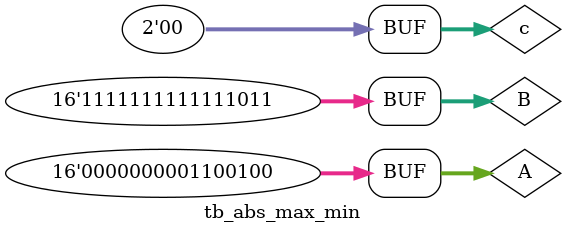
<source format=v>



`timescale 1ns/1ns
module tb_abs_max_min();
	parameter msb = 15;
	reg signed [msb:0] A, B;
	wire signed [msb:0] O;
	reg[1:0] c;
	
	initial begin 
		A = 100;
		B = 99;
		c = 1;
		#1 c = 0;
		#1 c = 1;
		#1 c = 2;
		#1 c = 3;
		B = -5;
		#1 c = 0;
		end
	
	//module abs_max_min(O, A, B, c1, c0);
	abs_max_min name0( .O(O), .A(A), .B(B), .c1(c[1]), .c0(c[0]) );
	
endmodule


</source>
